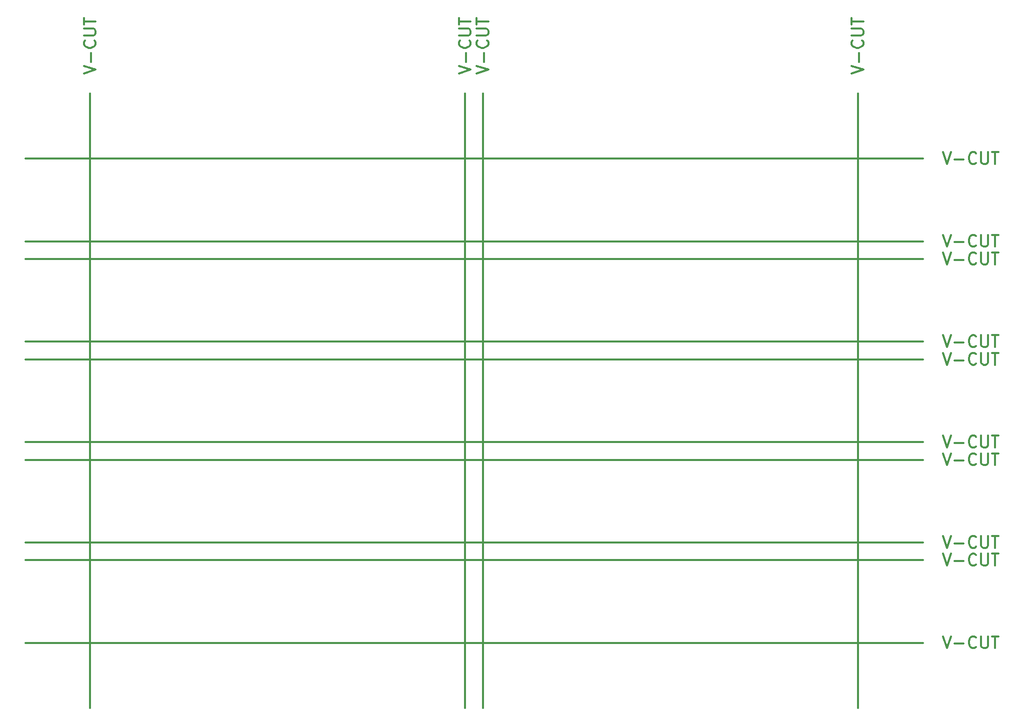
<source format=gbr>
%TF.GenerationSoftware,KiCad,Pcbnew,8.0.4*%
%TF.CreationDate,2024-10-06T23:42:52+02:00*%
%TF.ProjectId,elrs-sim-panel,656c7273-2d73-4696-9d2d-70616e656c2e,rev?*%
%TF.SameCoordinates,Original*%
%TF.FileFunction,Other,Comment*%
%FSLAX46Y46*%
G04 Gerber Fmt 4.6, Leading zero omitted, Abs format (unit mm)*
G04 Created by KiCad (PCBNEW 8.0.4) date 2024-10-06 23:42:52*
%MOMM*%
%LPD*%
G01*
G04 APERTURE LIST*
%ADD10C,0.300000*%
G04 APERTURE END LIST*
D10*
X-3000000Y-59000000D02*
X149000000Y-59000000D01*
X-3000000Y-90000000D02*
X149000000Y-90000000D01*
X-3000000Y-73000000D02*
X149000000Y-73000000D01*
X-3000000Y-25000000D02*
X149000000Y-25000000D01*
X71500000Y3000000D02*
X71500000Y-101000000D01*
X-3000000Y-8000000D02*
X149000000Y-8000000D01*
X8000000Y3000000D02*
X8000000Y-101000000D01*
X74500000Y3000000D02*
X74500000Y-101000000D01*
X-3000000Y-56000000D02*
X149000000Y-56000000D01*
X138000000Y3000000D02*
X138000000Y-101000000D01*
X-3000000Y-42000000D02*
X149000000Y-42000000D01*
X-3000000Y-22000000D02*
X149000000Y-22000000D01*
X-3000000Y-76000000D02*
X149000000Y-76000000D01*
X-3000000Y-39000000D02*
X149000000Y-39000000D01*
X70409638Y6387845D02*
X72409638Y7054511D01*
X72409638Y7054511D02*
X70409638Y7721178D01*
X71647733Y8387845D02*
X71647733Y9911654D01*
X72219161Y12006892D02*
X72314400Y11911654D01*
X72314400Y11911654D02*
X72409638Y11625940D01*
X72409638Y11625940D02*
X72409638Y11435464D01*
X72409638Y11435464D02*
X72314400Y11149749D01*
X72314400Y11149749D02*
X72123923Y10959273D01*
X72123923Y10959273D02*
X71933447Y10864035D01*
X71933447Y10864035D02*
X71552495Y10768797D01*
X71552495Y10768797D02*
X71266780Y10768797D01*
X71266780Y10768797D02*
X70885828Y10864035D01*
X70885828Y10864035D02*
X70695352Y10959273D01*
X70695352Y10959273D02*
X70504876Y11149749D01*
X70504876Y11149749D02*
X70409638Y11435464D01*
X70409638Y11435464D02*
X70409638Y11625940D01*
X70409638Y11625940D02*
X70504876Y11911654D01*
X70504876Y11911654D02*
X70600114Y12006892D01*
X70409638Y12864035D02*
X72028685Y12864035D01*
X72028685Y12864035D02*
X72219161Y12959273D01*
X72219161Y12959273D02*
X72314400Y13054511D01*
X72314400Y13054511D02*
X72409638Y13244987D01*
X72409638Y13244987D02*
X72409638Y13625940D01*
X72409638Y13625940D02*
X72314400Y13816416D01*
X72314400Y13816416D02*
X72219161Y13911654D01*
X72219161Y13911654D02*
X72028685Y14006892D01*
X72028685Y14006892D02*
X70409638Y14006892D01*
X70409638Y14673559D02*
X70409638Y15816416D01*
X72409638Y15244987D02*
X70409638Y15244987D01*
X152387844Y-71909638D02*
X153054510Y-73909638D01*
X153054510Y-73909638D02*
X153721177Y-71909638D01*
X154387844Y-73147733D02*
X155911654Y-73147733D01*
X158006891Y-73719161D02*
X157911653Y-73814400D01*
X157911653Y-73814400D02*
X157625939Y-73909638D01*
X157625939Y-73909638D02*
X157435463Y-73909638D01*
X157435463Y-73909638D02*
X157149748Y-73814400D01*
X157149748Y-73814400D02*
X156959272Y-73623923D01*
X156959272Y-73623923D02*
X156864034Y-73433447D01*
X156864034Y-73433447D02*
X156768796Y-73052495D01*
X156768796Y-73052495D02*
X156768796Y-72766780D01*
X156768796Y-72766780D02*
X156864034Y-72385828D01*
X156864034Y-72385828D02*
X156959272Y-72195352D01*
X156959272Y-72195352D02*
X157149748Y-72004876D01*
X157149748Y-72004876D02*
X157435463Y-71909638D01*
X157435463Y-71909638D02*
X157625939Y-71909638D01*
X157625939Y-71909638D02*
X157911653Y-72004876D01*
X157911653Y-72004876D02*
X158006891Y-72100114D01*
X158864034Y-71909638D02*
X158864034Y-73528685D01*
X158864034Y-73528685D02*
X158959272Y-73719161D01*
X158959272Y-73719161D02*
X159054510Y-73814400D01*
X159054510Y-73814400D02*
X159244986Y-73909638D01*
X159244986Y-73909638D02*
X159625939Y-73909638D01*
X159625939Y-73909638D02*
X159816415Y-73814400D01*
X159816415Y-73814400D02*
X159911653Y-73719161D01*
X159911653Y-73719161D02*
X160006891Y-73528685D01*
X160006891Y-73528685D02*
X160006891Y-71909638D01*
X160673558Y-71909638D02*
X161816415Y-71909638D01*
X161244986Y-73909638D02*
X161244986Y-71909638D01*
X152387844Y-37909638D02*
X153054510Y-39909638D01*
X153054510Y-39909638D02*
X153721177Y-37909638D01*
X154387844Y-39147733D02*
X155911654Y-39147733D01*
X158006891Y-39719161D02*
X157911653Y-39814400D01*
X157911653Y-39814400D02*
X157625939Y-39909638D01*
X157625939Y-39909638D02*
X157435463Y-39909638D01*
X157435463Y-39909638D02*
X157149748Y-39814400D01*
X157149748Y-39814400D02*
X156959272Y-39623923D01*
X156959272Y-39623923D02*
X156864034Y-39433447D01*
X156864034Y-39433447D02*
X156768796Y-39052495D01*
X156768796Y-39052495D02*
X156768796Y-38766780D01*
X156768796Y-38766780D02*
X156864034Y-38385828D01*
X156864034Y-38385828D02*
X156959272Y-38195352D01*
X156959272Y-38195352D02*
X157149748Y-38004876D01*
X157149748Y-38004876D02*
X157435463Y-37909638D01*
X157435463Y-37909638D02*
X157625939Y-37909638D01*
X157625939Y-37909638D02*
X157911653Y-38004876D01*
X157911653Y-38004876D02*
X158006891Y-38100114D01*
X158864034Y-37909638D02*
X158864034Y-39528685D01*
X158864034Y-39528685D02*
X158959272Y-39719161D01*
X158959272Y-39719161D02*
X159054510Y-39814400D01*
X159054510Y-39814400D02*
X159244986Y-39909638D01*
X159244986Y-39909638D02*
X159625939Y-39909638D01*
X159625939Y-39909638D02*
X159816415Y-39814400D01*
X159816415Y-39814400D02*
X159911653Y-39719161D01*
X159911653Y-39719161D02*
X160006891Y-39528685D01*
X160006891Y-39528685D02*
X160006891Y-37909638D01*
X160673558Y-37909638D02*
X161816415Y-37909638D01*
X161244986Y-39909638D02*
X161244986Y-37909638D01*
X136909638Y6387845D02*
X138909638Y7054511D01*
X138909638Y7054511D02*
X136909638Y7721178D01*
X138147733Y8387845D02*
X138147733Y9911654D01*
X138719161Y12006892D02*
X138814400Y11911654D01*
X138814400Y11911654D02*
X138909638Y11625940D01*
X138909638Y11625940D02*
X138909638Y11435464D01*
X138909638Y11435464D02*
X138814400Y11149749D01*
X138814400Y11149749D02*
X138623923Y10959273D01*
X138623923Y10959273D02*
X138433447Y10864035D01*
X138433447Y10864035D02*
X138052495Y10768797D01*
X138052495Y10768797D02*
X137766780Y10768797D01*
X137766780Y10768797D02*
X137385828Y10864035D01*
X137385828Y10864035D02*
X137195352Y10959273D01*
X137195352Y10959273D02*
X137004876Y11149749D01*
X137004876Y11149749D02*
X136909638Y11435464D01*
X136909638Y11435464D02*
X136909638Y11625940D01*
X136909638Y11625940D02*
X137004876Y11911654D01*
X137004876Y11911654D02*
X137100114Y12006892D01*
X136909638Y12864035D02*
X138528685Y12864035D01*
X138528685Y12864035D02*
X138719161Y12959273D01*
X138719161Y12959273D02*
X138814400Y13054511D01*
X138814400Y13054511D02*
X138909638Y13244987D01*
X138909638Y13244987D02*
X138909638Y13625940D01*
X138909638Y13625940D02*
X138814400Y13816416D01*
X138814400Y13816416D02*
X138719161Y13911654D01*
X138719161Y13911654D02*
X138528685Y14006892D01*
X138528685Y14006892D02*
X136909638Y14006892D01*
X136909638Y14673559D02*
X136909638Y15816416D01*
X138909638Y15244987D02*
X136909638Y15244987D01*
X6909638Y6387845D02*
X8909638Y7054511D01*
X8909638Y7054511D02*
X6909638Y7721178D01*
X8147733Y8387845D02*
X8147733Y9911654D01*
X8719161Y12006892D02*
X8814400Y11911654D01*
X8814400Y11911654D02*
X8909638Y11625940D01*
X8909638Y11625940D02*
X8909638Y11435464D01*
X8909638Y11435464D02*
X8814400Y11149749D01*
X8814400Y11149749D02*
X8623923Y10959273D01*
X8623923Y10959273D02*
X8433447Y10864035D01*
X8433447Y10864035D02*
X8052495Y10768797D01*
X8052495Y10768797D02*
X7766780Y10768797D01*
X7766780Y10768797D02*
X7385828Y10864035D01*
X7385828Y10864035D02*
X7195352Y10959273D01*
X7195352Y10959273D02*
X7004876Y11149749D01*
X7004876Y11149749D02*
X6909638Y11435464D01*
X6909638Y11435464D02*
X6909638Y11625940D01*
X6909638Y11625940D02*
X7004876Y11911654D01*
X7004876Y11911654D02*
X7100114Y12006892D01*
X6909638Y12864035D02*
X8528685Y12864035D01*
X8528685Y12864035D02*
X8719161Y12959273D01*
X8719161Y12959273D02*
X8814400Y13054511D01*
X8814400Y13054511D02*
X8909638Y13244987D01*
X8909638Y13244987D02*
X8909638Y13625940D01*
X8909638Y13625940D02*
X8814400Y13816416D01*
X8814400Y13816416D02*
X8719161Y13911654D01*
X8719161Y13911654D02*
X8528685Y14006892D01*
X8528685Y14006892D02*
X6909638Y14006892D01*
X6909638Y14673559D02*
X6909638Y15816416D01*
X8909638Y15244987D02*
X6909638Y15244987D01*
X152387844Y-88909638D02*
X153054510Y-90909638D01*
X153054510Y-90909638D02*
X153721177Y-88909638D01*
X154387844Y-90147733D02*
X155911654Y-90147733D01*
X158006891Y-90719161D02*
X157911653Y-90814400D01*
X157911653Y-90814400D02*
X157625939Y-90909638D01*
X157625939Y-90909638D02*
X157435463Y-90909638D01*
X157435463Y-90909638D02*
X157149748Y-90814400D01*
X157149748Y-90814400D02*
X156959272Y-90623923D01*
X156959272Y-90623923D02*
X156864034Y-90433447D01*
X156864034Y-90433447D02*
X156768796Y-90052495D01*
X156768796Y-90052495D02*
X156768796Y-89766780D01*
X156768796Y-89766780D02*
X156864034Y-89385828D01*
X156864034Y-89385828D02*
X156959272Y-89195352D01*
X156959272Y-89195352D02*
X157149748Y-89004876D01*
X157149748Y-89004876D02*
X157435463Y-88909638D01*
X157435463Y-88909638D02*
X157625939Y-88909638D01*
X157625939Y-88909638D02*
X157911653Y-89004876D01*
X157911653Y-89004876D02*
X158006891Y-89100114D01*
X158864034Y-88909638D02*
X158864034Y-90528685D01*
X158864034Y-90528685D02*
X158959272Y-90719161D01*
X158959272Y-90719161D02*
X159054510Y-90814400D01*
X159054510Y-90814400D02*
X159244986Y-90909638D01*
X159244986Y-90909638D02*
X159625939Y-90909638D01*
X159625939Y-90909638D02*
X159816415Y-90814400D01*
X159816415Y-90814400D02*
X159911653Y-90719161D01*
X159911653Y-90719161D02*
X160006891Y-90528685D01*
X160006891Y-90528685D02*
X160006891Y-88909638D01*
X160673558Y-88909638D02*
X161816415Y-88909638D01*
X161244986Y-90909638D02*
X161244986Y-88909638D01*
X152387844Y-54909638D02*
X153054510Y-56909638D01*
X153054510Y-56909638D02*
X153721177Y-54909638D01*
X154387844Y-56147733D02*
X155911654Y-56147733D01*
X158006891Y-56719161D02*
X157911653Y-56814400D01*
X157911653Y-56814400D02*
X157625939Y-56909638D01*
X157625939Y-56909638D02*
X157435463Y-56909638D01*
X157435463Y-56909638D02*
X157149748Y-56814400D01*
X157149748Y-56814400D02*
X156959272Y-56623923D01*
X156959272Y-56623923D02*
X156864034Y-56433447D01*
X156864034Y-56433447D02*
X156768796Y-56052495D01*
X156768796Y-56052495D02*
X156768796Y-55766780D01*
X156768796Y-55766780D02*
X156864034Y-55385828D01*
X156864034Y-55385828D02*
X156959272Y-55195352D01*
X156959272Y-55195352D02*
X157149748Y-55004876D01*
X157149748Y-55004876D02*
X157435463Y-54909638D01*
X157435463Y-54909638D02*
X157625939Y-54909638D01*
X157625939Y-54909638D02*
X157911653Y-55004876D01*
X157911653Y-55004876D02*
X158006891Y-55100114D01*
X158864034Y-54909638D02*
X158864034Y-56528685D01*
X158864034Y-56528685D02*
X158959272Y-56719161D01*
X158959272Y-56719161D02*
X159054510Y-56814400D01*
X159054510Y-56814400D02*
X159244986Y-56909638D01*
X159244986Y-56909638D02*
X159625939Y-56909638D01*
X159625939Y-56909638D02*
X159816415Y-56814400D01*
X159816415Y-56814400D02*
X159911653Y-56719161D01*
X159911653Y-56719161D02*
X160006891Y-56528685D01*
X160006891Y-56528685D02*
X160006891Y-54909638D01*
X160673558Y-54909638D02*
X161816415Y-54909638D01*
X161244986Y-56909638D02*
X161244986Y-54909638D01*
X152387844Y-40909638D02*
X153054510Y-42909638D01*
X153054510Y-42909638D02*
X153721177Y-40909638D01*
X154387844Y-42147733D02*
X155911654Y-42147733D01*
X158006891Y-42719161D02*
X157911653Y-42814400D01*
X157911653Y-42814400D02*
X157625939Y-42909638D01*
X157625939Y-42909638D02*
X157435463Y-42909638D01*
X157435463Y-42909638D02*
X157149748Y-42814400D01*
X157149748Y-42814400D02*
X156959272Y-42623923D01*
X156959272Y-42623923D02*
X156864034Y-42433447D01*
X156864034Y-42433447D02*
X156768796Y-42052495D01*
X156768796Y-42052495D02*
X156768796Y-41766780D01*
X156768796Y-41766780D02*
X156864034Y-41385828D01*
X156864034Y-41385828D02*
X156959272Y-41195352D01*
X156959272Y-41195352D02*
X157149748Y-41004876D01*
X157149748Y-41004876D02*
X157435463Y-40909638D01*
X157435463Y-40909638D02*
X157625939Y-40909638D01*
X157625939Y-40909638D02*
X157911653Y-41004876D01*
X157911653Y-41004876D02*
X158006891Y-41100114D01*
X158864034Y-40909638D02*
X158864034Y-42528685D01*
X158864034Y-42528685D02*
X158959272Y-42719161D01*
X158959272Y-42719161D02*
X159054510Y-42814400D01*
X159054510Y-42814400D02*
X159244986Y-42909638D01*
X159244986Y-42909638D02*
X159625939Y-42909638D01*
X159625939Y-42909638D02*
X159816415Y-42814400D01*
X159816415Y-42814400D02*
X159911653Y-42719161D01*
X159911653Y-42719161D02*
X160006891Y-42528685D01*
X160006891Y-42528685D02*
X160006891Y-40909638D01*
X160673558Y-40909638D02*
X161816415Y-40909638D01*
X161244986Y-42909638D02*
X161244986Y-40909638D01*
X152387844Y-20909638D02*
X153054510Y-22909638D01*
X153054510Y-22909638D02*
X153721177Y-20909638D01*
X154387844Y-22147733D02*
X155911654Y-22147733D01*
X158006891Y-22719161D02*
X157911653Y-22814400D01*
X157911653Y-22814400D02*
X157625939Y-22909638D01*
X157625939Y-22909638D02*
X157435463Y-22909638D01*
X157435463Y-22909638D02*
X157149748Y-22814400D01*
X157149748Y-22814400D02*
X156959272Y-22623923D01*
X156959272Y-22623923D02*
X156864034Y-22433447D01*
X156864034Y-22433447D02*
X156768796Y-22052495D01*
X156768796Y-22052495D02*
X156768796Y-21766780D01*
X156768796Y-21766780D02*
X156864034Y-21385828D01*
X156864034Y-21385828D02*
X156959272Y-21195352D01*
X156959272Y-21195352D02*
X157149748Y-21004876D01*
X157149748Y-21004876D02*
X157435463Y-20909638D01*
X157435463Y-20909638D02*
X157625939Y-20909638D01*
X157625939Y-20909638D02*
X157911653Y-21004876D01*
X157911653Y-21004876D02*
X158006891Y-21100114D01*
X158864034Y-20909638D02*
X158864034Y-22528685D01*
X158864034Y-22528685D02*
X158959272Y-22719161D01*
X158959272Y-22719161D02*
X159054510Y-22814400D01*
X159054510Y-22814400D02*
X159244986Y-22909638D01*
X159244986Y-22909638D02*
X159625939Y-22909638D01*
X159625939Y-22909638D02*
X159816415Y-22814400D01*
X159816415Y-22814400D02*
X159911653Y-22719161D01*
X159911653Y-22719161D02*
X160006891Y-22528685D01*
X160006891Y-22528685D02*
X160006891Y-20909638D01*
X160673558Y-20909638D02*
X161816415Y-20909638D01*
X161244986Y-22909638D02*
X161244986Y-20909638D01*
X152387844Y-74909638D02*
X153054510Y-76909638D01*
X153054510Y-76909638D02*
X153721177Y-74909638D01*
X154387844Y-76147733D02*
X155911654Y-76147733D01*
X158006891Y-76719161D02*
X157911653Y-76814400D01*
X157911653Y-76814400D02*
X157625939Y-76909638D01*
X157625939Y-76909638D02*
X157435463Y-76909638D01*
X157435463Y-76909638D02*
X157149748Y-76814400D01*
X157149748Y-76814400D02*
X156959272Y-76623923D01*
X156959272Y-76623923D02*
X156864034Y-76433447D01*
X156864034Y-76433447D02*
X156768796Y-76052495D01*
X156768796Y-76052495D02*
X156768796Y-75766780D01*
X156768796Y-75766780D02*
X156864034Y-75385828D01*
X156864034Y-75385828D02*
X156959272Y-75195352D01*
X156959272Y-75195352D02*
X157149748Y-75004876D01*
X157149748Y-75004876D02*
X157435463Y-74909638D01*
X157435463Y-74909638D02*
X157625939Y-74909638D01*
X157625939Y-74909638D02*
X157911653Y-75004876D01*
X157911653Y-75004876D02*
X158006891Y-75100114D01*
X158864034Y-74909638D02*
X158864034Y-76528685D01*
X158864034Y-76528685D02*
X158959272Y-76719161D01*
X158959272Y-76719161D02*
X159054510Y-76814400D01*
X159054510Y-76814400D02*
X159244986Y-76909638D01*
X159244986Y-76909638D02*
X159625939Y-76909638D01*
X159625939Y-76909638D02*
X159816415Y-76814400D01*
X159816415Y-76814400D02*
X159911653Y-76719161D01*
X159911653Y-76719161D02*
X160006891Y-76528685D01*
X160006891Y-76528685D02*
X160006891Y-74909638D01*
X160673558Y-74909638D02*
X161816415Y-74909638D01*
X161244986Y-76909638D02*
X161244986Y-74909638D01*
X152387844Y-57909638D02*
X153054510Y-59909638D01*
X153054510Y-59909638D02*
X153721177Y-57909638D01*
X154387844Y-59147733D02*
X155911654Y-59147733D01*
X158006891Y-59719161D02*
X157911653Y-59814400D01*
X157911653Y-59814400D02*
X157625939Y-59909638D01*
X157625939Y-59909638D02*
X157435463Y-59909638D01*
X157435463Y-59909638D02*
X157149748Y-59814400D01*
X157149748Y-59814400D02*
X156959272Y-59623923D01*
X156959272Y-59623923D02*
X156864034Y-59433447D01*
X156864034Y-59433447D02*
X156768796Y-59052495D01*
X156768796Y-59052495D02*
X156768796Y-58766780D01*
X156768796Y-58766780D02*
X156864034Y-58385828D01*
X156864034Y-58385828D02*
X156959272Y-58195352D01*
X156959272Y-58195352D02*
X157149748Y-58004876D01*
X157149748Y-58004876D02*
X157435463Y-57909638D01*
X157435463Y-57909638D02*
X157625939Y-57909638D01*
X157625939Y-57909638D02*
X157911653Y-58004876D01*
X157911653Y-58004876D02*
X158006891Y-58100114D01*
X158864034Y-57909638D02*
X158864034Y-59528685D01*
X158864034Y-59528685D02*
X158959272Y-59719161D01*
X158959272Y-59719161D02*
X159054510Y-59814400D01*
X159054510Y-59814400D02*
X159244986Y-59909638D01*
X159244986Y-59909638D02*
X159625939Y-59909638D01*
X159625939Y-59909638D02*
X159816415Y-59814400D01*
X159816415Y-59814400D02*
X159911653Y-59719161D01*
X159911653Y-59719161D02*
X160006891Y-59528685D01*
X160006891Y-59528685D02*
X160006891Y-57909638D01*
X160673558Y-57909638D02*
X161816415Y-57909638D01*
X161244986Y-59909638D02*
X161244986Y-57909638D01*
X152387844Y-23909638D02*
X153054510Y-25909638D01*
X153054510Y-25909638D02*
X153721177Y-23909638D01*
X154387844Y-25147733D02*
X155911654Y-25147733D01*
X158006891Y-25719161D02*
X157911653Y-25814400D01*
X157911653Y-25814400D02*
X157625939Y-25909638D01*
X157625939Y-25909638D02*
X157435463Y-25909638D01*
X157435463Y-25909638D02*
X157149748Y-25814400D01*
X157149748Y-25814400D02*
X156959272Y-25623923D01*
X156959272Y-25623923D02*
X156864034Y-25433447D01*
X156864034Y-25433447D02*
X156768796Y-25052495D01*
X156768796Y-25052495D02*
X156768796Y-24766780D01*
X156768796Y-24766780D02*
X156864034Y-24385828D01*
X156864034Y-24385828D02*
X156959272Y-24195352D01*
X156959272Y-24195352D02*
X157149748Y-24004876D01*
X157149748Y-24004876D02*
X157435463Y-23909638D01*
X157435463Y-23909638D02*
X157625939Y-23909638D01*
X157625939Y-23909638D02*
X157911653Y-24004876D01*
X157911653Y-24004876D02*
X158006891Y-24100114D01*
X158864034Y-23909638D02*
X158864034Y-25528685D01*
X158864034Y-25528685D02*
X158959272Y-25719161D01*
X158959272Y-25719161D02*
X159054510Y-25814400D01*
X159054510Y-25814400D02*
X159244986Y-25909638D01*
X159244986Y-25909638D02*
X159625939Y-25909638D01*
X159625939Y-25909638D02*
X159816415Y-25814400D01*
X159816415Y-25814400D02*
X159911653Y-25719161D01*
X159911653Y-25719161D02*
X160006891Y-25528685D01*
X160006891Y-25528685D02*
X160006891Y-23909638D01*
X160673558Y-23909638D02*
X161816415Y-23909638D01*
X161244986Y-25909638D02*
X161244986Y-23909638D01*
X73409638Y6387845D02*
X75409638Y7054511D01*
X75409638Y7054511D02*
X73409638Y7721178D01*
X74647733Y8387845D02*
X74647733Y9911654D01*
X75219161Y12006892D02*
X75314400Y11911654D01*
X75314400Y11911654D02*
X75409638Y11625940D01*
X75409638Y11625940D02*
X75409638Y11435464D01*
X75409638Y11435464D02*
X75314400Y11149749D01*
X75314400Y11149749D02*
X75123923Y10959273D01*
X75123923Y10959273D02*
X74933447Y10864035D01*
X74933447Y10864035D02*
X74552495Y10768797D01*
X74552495Y10768797D02*
X74266780Y10768797D01*
X74266780Y10768797D02*
X73885828Y10864035D01*
X73885828Y10864035D02*
X73695352Y10959273D01*
X73695352Y10959273D02*
X73504876Y11149749D01*
X73504876Y11149749D02*
X73409638Y11435464D01*
X73409638Y11435464D02*
X73409638Y11625940D01*
X73409638Y11625940D02*
X73504876Y11911654D01*
X73504876Y11911654D02*
X73600114Y12006892D01*
X73409638Y12864035D02*
X75028685Y12864035D01*
X75028685Y12864035D02*
X75219161Y12959273D01*
X75219161Y12959273D02*
X75314400Y13054511D01*
X75314400Y13054511D02*
X75409638Y13244987D01*
X75409638Y13244987D02*
X75409638Y13625940D01*
X75409638Y13625940D02*
X75314400Y13816416D01*
X75314400Y13816416D02*
X75219161Y13911654D01*
X75219161Y13911654D02*
X75028685Y14006892D01*
X75028685Y14006892D02*
X73409638Y14006892D01*
X73409638Y14673559D02*
X73409638Y15816416D01*
X75409638Y15244987D02*
X73409638Y15244987D01*
X152387844Y-6909638D02*
X153054510Y-8909638D01*
X153054510Y-8909638D02*
X153721177Y-6909638D01*
X154387844Y-8147733D02*
X155911654Y-8147733D01*
X158006891Y-8719161D02*
X157911653Y-8814400D01*
X157911653Y-8814400D02*
X157625939Y-8909638D01*
X157625939Y-8909638D02*
X157435463Y-8909638D01*
X157435463Y-8909638D02*
X157149748Y-8814400D01*
X157149748Y-8814400D02*
X156959272Y-8623923D01*
X156959272Y-8623923D02*
X156864034Y-8433447D01*
X156864034Y-8433447D02*
X156768796Y-8052495D01*
X156768796Y-8052495D02*
X156768796Y-7766780D01*
X156768796Y-7766780D02*
X156864034Y-7385828D01*
X156864034Y-7385828D02*
X156959272Y-7195352D01*
X156959272Y-7195352D02*
X157149748Y-7004876D01*
X157149748Y-7004876D02*
X157435463Y-6909638D01*
X157435463Y-6909638D02*
X157625939Y-6909638D01*
X157625939Y-6909638D02*
X157911653Y-7004876D01*
X157911653Y-7004876D02*
X158006891Y-7100114D01*
X158864034Y-6909638D02*
X158864034Y-8528685D01*
X158864034Y-8528685D02*
X158959272Y-8719161D01*
X158959272Y-8719161D02*
X159054510Y-8814400D01*
X159054510Y-8814400D02*
X159244986Y-8909638D01*
X159244986Y-8909638D02*
X159625939Y-8909638D01*
X159625939Y-8909638D02*
X159816415Y-8814400D01*
X159816415Y-8814400D02*
X159911653Y-8719161D01*
X159911653Y-8719161D02*
X160006891Y-8528685D01*
X160006891Y-8528685D02*
X160006891Y-6909638D01*
X160673558Y-6909638D02*
X161816415Y-6909638D01*
X161244986Y-8909638D02*
X161244986Y-6909638D01*
M02*

</source>
